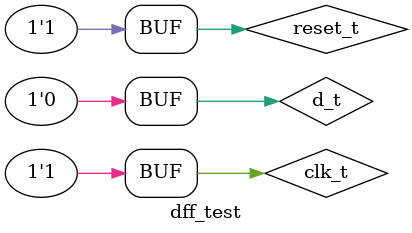
<source format=v>
module dff (clk, d , rest , q);
input clk, d , rest;
output q ;
reg q;


always @(posedge clk, posedge rest)
	begin
	if (rest)
		q = 0;
	else 
		q = d;
	end

endmodule

module dff_test();
reg d_t, clk_t ,reset_t; 
wire q_t;
dff t1(.clk(clk_t) , .d(d_t) , .rest(reset_t) , .q(q_t));

initial 
begin
reset_t=1;
clk_t=0; d_t=1;
#100
reset_t=0; clk_t=1; d_t=1;
#100
reset_t=0; clk_t=0; d_t=0;
#100
reset_t=0; clk_t=1; d_t=0;
#100
reset_t=0; clk_t=0; d_t=0;
#100
reset_t=1; clk_t=1; d_t=0;
end 
endmodule

</source>
